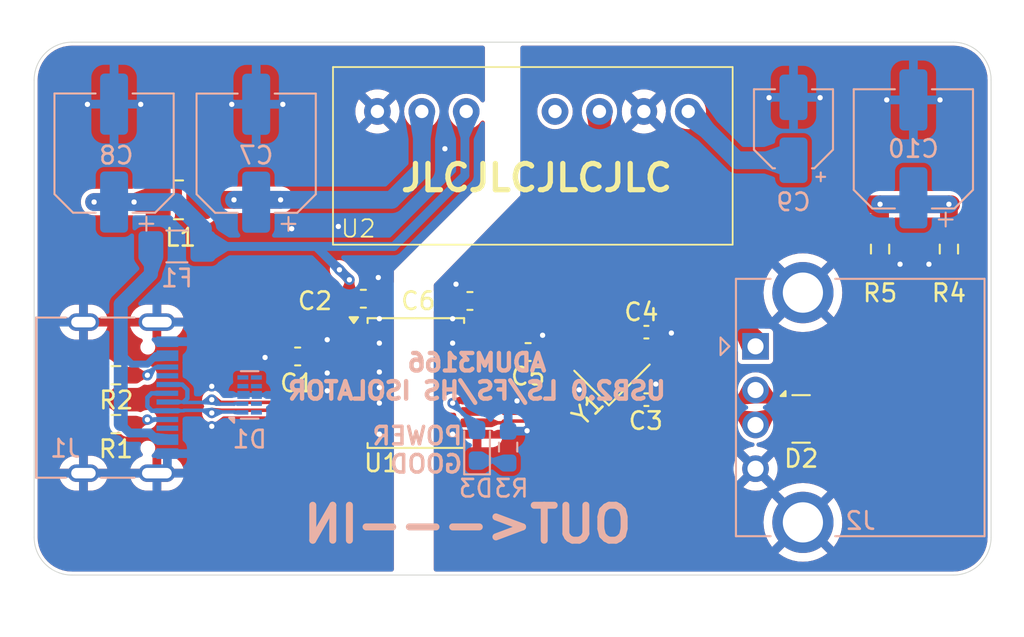
<source format=kicad_pcb>
(kicad_pcb (version 20240108) (generator "pcbnew") (generator_version "8.0")
  (layers (0 "F.Cu" signal) (31 "B.Cu" signal) (34 "B.Paste" user) (35 "F.Paste" user) (36 "B.SilkS" user "B.Silkscreen") (37 "F.SilkS" user "F.Silkscreen") (38 "B.Mask" user) (39 "F.Mask" user) (44 "Edge.Cuts" user))
  (net 0 "")
  (net 1 "Net-(U1-VDD1)")
  (net 2 "GND1")
  (net 3 "VBUS")
  (net 4 "Net-(U1-XO2)")
  (net 5 "GND2")
  (net 6 "Net-(U1-XI2)")
  (net 7 "Net-(U1-VDD2)")
  (net 8 "VISO")
  (net 9 "Net-(U2-VIN+)")
  (net 10 "Net-(U2-CS)")
  (net 12 "/D+")
  (net 13 "/D-")
  (net 25 "/ISOD-")
  (net 26 "/ISOD+")
  (net 27 "Net-(D3-K)")
  (net 28 "Net-(D3-A)")
  (net 29 "Net-(F1-Pad1)")
  (net 31 "Net-(J1-CC2)")
  (net 33 "Net-(J1-CC1)")
  (footprint "Capacitor_SMD:C_0402_1005Metric_Pad0.74x0.62mm_HandSolder" (layer "F.Cu") (at 52.672911 51.054312)
    (property "Reference" "C3" (at -0.034286 1.212688 0) (layer "F.SilkS"))
    (property "Value" "8p")
    (fp_line (start -0.115835 -0.36) (end 0.115835 -0.36) (stroke (width 0.12)) (layer "F.SilkS"))
    (fp_line (start -0.115835 0.36) (end 0.115835 0.36) (stroke (width 0.12)) (layer "F.SilkS"))
    (pad "1" smd roundrect (at -0.5675 0) (size 0.735 0.62) (layers "F.Cu" "F.Paste" "F.Mask") (net 4 "Net-(U1-XO2)"))
    (pad "2" smd roundrect (at 0.5675 0) (size 0.735 0.62) (layers "F.Cu" "F.Paste" "F.Mask") (net 5 "GND2"))
  )
  (footprint "Resistor_SMD:R_0603_1608Metric_Pad0.98x0.95mm_HandSolder" (layer "F.Cu") (at 22.3285 52.451 180)
    (property "Reference" "R1" (at 0 -1.43 0) (layer "F.SilkS"))
    (property "Value" "5.1K")
    (fp_line (start -0.254724 0.5225) (end 0.254724 0.5225) (stroke (width 0.12)) (layer "F.SilkS"))
    (fp_line (start -0.254724 -0.5225) (end 0.254724 -0.5225) (stroke (width 0.12)) (layer "F.SilkS"))
    (pad "1" smd roundrect (at -0.9125 0 180) (size 0.975 0.95) (layers "F.Cu" "F.Paste" "F.Mask") (net 33 "Net-(J1-CC1)"))
    (pad "2" smd roundrect (at 0.9125 0 180) (size 0.975 0.95) (layers "F.Cu" "F.Paste" "F.Mask") (net 2 "GND1"))
  )
  (footprint "Resistor_SMD:R_0603_1608Metric_Pad0.98x0.95mm_HandSolder" (layer "F.Cu") (at 69.977 42.4415 90)
    (property "Reference" "R4" (at -2.5165 0 180) (layer "F.SilkS"))
    (property "Value" "5.1K")
    (fp_line (start -0.254724 -0.5225) (end 0.254724 -0.5225) (stroke (width 0.12)) (layer "F.SilkS"))
    (fp_line (start -0.254724 0.5225) (end 0.254724 0.5225) (stroke (width 0.12)) (layer "F.SilkS"))
    (pad "1" smd roundrect (at -0.9125 0 90) (size 0.975 0.95) (layers "F.Cu" "F.Paste" "F.Mask") (net 5 "GND2"))
    (pad "2" smd roundrect (at 0.9125 0 90) (size 0.975 0.95) (layers "F.Cu" "F.Paste" "F.Mask") (net 8 "VISO"))
  )
  (footprint "Capacitor_SMD:C_0603_1608Metric_Pad1.08x0.95mm_HandSolder" (layer "F.Cu") (at 32.726125 48.584 180)
    (property "Reference" "C1" (at 0.0265 -1.524 0) (layer "F.SilkS"))
    (property "Value" "100n")
    (fp_line (start -0.146267 0.51) (end 0.146267 0.51) (stroke (width 0.12)) (layer "F.SilkS"))
    (fp_line (start -0.146267 -0.51) (end 0.146267 -0.51) (stroke (width 0.12)) (layer "F.SilkS"))
    (pad "1" smd roundrect (at -0.8625 0 180) (size 1.075 0.95) (layers "F.Cu" "F.Paste" "F.Mask") (net 1 "Net-(U1-VDD1)"))
    (pad "2" smd roundrect (at 0.8625 0 180) (size 1.075 0.95) (layers "F.Cu" "F.Paste" "F.Mask") (net 2 "GND1"))
  )
  (footprint "Package_DFN_QFN:Diodes_UDFN-10_1.0x2.5mm_P0.5mm" (layer "F.Cu") (at 61.522125 52.156)
    (property "Reference" "D2" (at 0.0065 2.27 0) (layer "F.SilkS"))
    (property "Value" "D3V3XA4B10LP")
    (fp_line (start 0.5 -1.36) (end -0.5 -1.36) (stroke (width 0.12)) (layer "F.SilkS"))
    (fp_line (start 0.5 1.36) (end -0.5 1.36) (stroke (width 0.12)) (layer "F.SilkS"))
    (fp_poly (pts (xy -0.89 -1.31) (xy -1.17 -1.31) (xy -0.89 -1.59) (xy -0.89 -1.31)) (stroke (width 0.12)) (fill solid) (layer "F.SilkS"))
    (pad "1" smd rect (at -0.3875 -1 270) (size 0.25 0.625) (layers "F.Cu" "F.Paste" "F.Mask") (net 25 "/ISOD-"))
    (pad "2" smd rect (at -0.3875 -0.5 270) (size 0.25 0.625) (layers "F.Cu" "F.Paste" "F.Mask") (net 26 "/ISOD+"))
    (pad "3" smd rect (at -0.35 0 270) (size 0.45 0.7) (layers "F.Cu" "F.Paste" "F.Mask") (net 5 "GND2"))
    (pad "4" smd rect (at -0.3875 0.5 270) (size 0.25 0.625) (layers "F.Cu" "F.Paste" "F.Mask"))
    (pad "5" smd rect (at -0.3875 1 270) (size 0.25 0.625) (layers "F.Cu" "F.Paste" "F.Mask"))
    (pad "6" smd rect (at 0.3875 1 270) (size 0.25 0.625) (layers "F.Cu" "F.Paste" "F.Mask"))
    (pad "7" smd rect (at 0.3875 0.5 270) (size 0.25 0.625) (layers "F.Cu" "F.Paste" "F.Mask"))
    (pad "8" smd rect (at 0.4125 0 270) (size 0.45 0.575) (layers "F.Cu" "F.Paste" "F.Mask") (net 5 "GND2"))
    (pad "9" smd rect (at 0.3875 -0.5 270) (size 0.25 0.625) (layers "F.Cu" "F.Paste" "F.Mask"))
    (pad "10" smd rect (at 0.3875 -1 270) (size 0.25 0.625) (layers "F.Cu" "F.Paste" "F.Mask"))
  )
  (footprint "Capacitor_SMD:C_0603_1608Metric_Pad1.08x0.95mm_HandSolder" (layer "F.Cu") (at 42.579125 45.409 180)
    (property "Reference" "C6" (at 2.955125 0 0) (layer "F.SilkS"))
    (property "Value" "100n")
    (fp_line (start -0.146267 0.51) (end 0.146267 0.51) (stroke (width 0.12)) (layer "F.SilkS"))
    (fp_line (start -0.146267 -0.51) (end 0.146267 -0.51) (stroke (width 0.12)) (layer "F.SilkS"))
    (pad "1" smd roundrect (at -0.8625 0 180) (size 1.075 0.95) (layers "F.Cu" "F.Paste" "F.Mask") (net 8 "VISO"))
    (pad "2" smd roundrect (at 0.8625 0 180) (size 1.075 0.95) (layers "F.Cu" "F.Paste" "F.Mask") (net 5 "GND2"))
  )
  (footprint "Capacitor_SMD:C_0603_1608Metric_Pad1.08x0.95mm_HandSolder" (layer "F.Cu") (at 36.483125 45.282)
    (property "Reference" "C2" (at -2.7675 0.127 0) (layer "F.SilkS"))
    (property "Value" "100n")
    (fp_line (start -0.146267 -0.51) (end 0.146267 -0.51) (stroke (width 0.12)) (layer "F.SilkS"))
    (fp_line (start -0.146267 0.51) (end 0.146267 0.51) (stroke (width 0.12)) (layer "F.SilkS"))
    (pad "1" smd roundrect (at -0.8625 0) (size 1.075 0.95) (layers "F.Cu" "F.Paste" "F.Mask") (net 3 "VBUS"))
    (pad "2" smd roundrect (at 0.8625 0) (size 1.075 0.95) (layers "F.Cu" "F.Paste" "F.Mask") (net 2 "GND1"))
  )
  (footprint "Resistor_SMD:R_0603_1608Metric_Pad0.98x0.95mm_HandSolder" (layer "F.Cu") (at 66.04 42.4415 90)
    (property "Reference" "R5" (at -2.5165 0 180) (layer "F.SilkS"))
    (property "Value" "5.1K")
    (fp_line (start -0.254724 -0.5225) (end 0.254724 -0.5225) (stroke (width 0.12)) (layer "F.SilkS"))
    (fp_line (start -0.254724 0.5225) (end 0.254724 0.5225) (stroke (width 0.12)) (layer "F.SilkS"))
    (pad "1" smd roundrect (at -0.9125 0 90) (size 0.975 0.95) (layers "F.Cu" "F.Paste" "F.Mask") (net 5 "GND2"))
    (pad "2" smd roundrect (at 0.9125 0 90) (size 0.975 0.95) (layers "F.Cu" "F.Paste" "F.Mask") (net 8 "VISO"))
  )
  (footprint "Package_SO:SSOP-20_5.3x7.2mm_P0.65mm" (layer "F.Cu") (at 39.486625 50.104)
    (property "Reference" "U1" (at -1.961 4.576 0) (layer "F.SilkS"))
    (property "Value" "ADUM3166BRSZ")
    (fp_line (start -2.76 -3.71) (end -2.76 -3.435) (stroke (width 0.12)) (layer "F.SilkS"))
    (fp_line (start -2.76 3.71) (end -2.76 3.435) (stroke (width 0.12)) (layer "F.SilkS"))
    (fp_line (start 0 -3.71) (end -2.76 -3.71) (stroke (width 0.12)) (layer "F.SilkS"))
    (fp_line (start 0 -3.71) (end 2.76 -3.71) (stroke (width 0.12)) (layer "F.SilkS"))
    (fp_line (start 0 3.71) (end -2.76 3.71) (stroke (width 0.12)) (layer "F.SilkS"))
    (fp_line (start 0 3.71) (end 2.76 3.71) (stroke (width 0.12)) (layer "F.SilkS"))
    (fp_line (start 2.76 -3.71) (end 2.76 -3.435) (stroke (width 0.12)) (layer "F.SilkS"))
    (fp_line (start 2.76 3.71) (end 2.76 3.435) (stroke (width 0.12)) (layer "F.SilkS"))
    (fp_poly (pts (xy -3.55 -3.435) (xy -3.79 -3.765) (xy -3.31 -3.765) (xy -3.55 -3.435)) (stroke (width 0.12)) (fill solid) (layer "F.SilkS"))
    (pad "1" smd roundrect (at -3.5 -2.925) (size 1.9 0.5) (layers "F.Cu" "F.Paste" "F.Mask") (net 3 "VBUS"))
    (pad "2" smd roundrect (at -3.5 -2.275) (size 1.9 0.5) (layers "F.Cu" "F.Paste" "F.Mask") (net 2 "GND1"))
    (pad "3" smd roundrect (at -3.5 -1.625) (size 1.9 0.5) (layers "F.Cu" "F.Paste" "F.Mask") (net 1 "Net-(U1-VDD1)"))
    (pad "4" smd roundrect (at -3.5 -0.975) (size 1.9 0.5) (layers "F.Cu" "F.Paste" "F.Mask") (net 2 "GND1"))
    (pad "5" smd roundrect (at -3.5 -0.325) (size 1.9 0.5) (layers "F.Cu" "F.Paste" "F.Mask") (net 2 "GND1"))
    (pad "6" smd roundrect (at -3.5 0.325) (size 1.9 0.5) (layers "F.Cu" "F.Paste" "F.Mask") (net 2 "GND1"))
    (pad "7" smd roundrect (at -3.5 0.975) (size 1.9 0.5) (layers "F.Cu" "F.Paste" "F.Mask") (net 2 "GND1"))
    (pad "8" smd roundrect (at -3.5 1.625) (size 1.9 0.5) (layers "F.Cu" "F.Paste" "F.Mask") (net 12 "/D+"))
    (pad "9" smd roundrect (at -3.5 2.275) (size 1.9 0.5) (layers "F.Cu" "F.Paste" "F.Mask") (net 13 "/D-"))
    (pad "10" smd roundrect (at -3.5 2.925) (size 1.9 0.5) (layers "F.Cu" "F.Paste" "F.Mask") (net 2 "GND1"))
    (pad "11" smd roundrect (at 3.5 2.925) (size 1.9 0.5) (layers "F.Cu" "F.Paste" "F.Mask") (net 5 "GND2"))
    (pad "12" smd roundrect (at 3.5 2.275) (size 1.9 0.5) (layers "F.Cu" "F.Paste" "F.Mask") (net 26 "/ISOD+"))
    (pad "13" smd roundrect (at 3.5 1.625) (size 1.9 0.5) (layers "F.Cu" "F.Paste" "F.Mask") (net 25 "/ISOD-"))
    (pad "14" smd roundrect (at 3.5 0.975) (size 1.9 0.5) (layers "F.Cu" "F.Paste" "F.Mask") (net 28 "Net-(D3-A)"))
    (pad "15" smd roundrect (at 3.5 0.325) (size 1.9 0.5) (layers "F.Cu" "F.Paste" "F.Mask") (net 4 "Net-(U1-XO2)"))
    (pad "16" smd roundrect (at 3.5 -0.325) (size 1.9 0.5) (layers "F.Cu" "F.Paste" "F.Mask") (net 6 "Net-(U1-XI2)"))
    (pad "17" smd roundrect (at 3.5 -0.975) (size 1.9 0.5) (layers "F.Cu" "F.Paste" "F.Mask") (net 5 "GND2"))
    (pad "18" smd roundrect (at 3.5 -1.625) (size 1.9 0.5) (layers "F.Cu" "F.Paste" "F.Mask") (net 7 "Net-(U1-VDD2)"))
    (pad "19" smd roundrect (at 3.5 -2.275) (size 1.9 0.5) (layers "F.Cu" "F.Paste" "F.Mask") (net 5 "GND2"))
    (pad "20" smd roundrect (at 3.5 -2.925) (size 1.9 0.5) (layers "F.Cu" "F.Paste" "F.Mask") (net 8 "VISO"))
  )
  (footprint "Footprints:VR_S_5W" (layer "F.Cu") (at 37.2872 34.5694)
    (property "Reference" "U2" (at -1.0922 6.7056 0) (layer "F.SilkS") (effects (font (thickness 0.1))))
    (property "Value" "VRB0505S-5WR3")
    (fp_line (start -2.54 -2.54) (end -2.54 7.62) (stroke (width 0.1)) (layer "F.SilkS"))
    (fp_line (start -2.54 7.62) (end 20.32 7.62) (stroke (width 0.1)) (layer "F.SilkS"))
    (fp_line (start 20.32 -2.54) (end -2.54 -2.54) (stroke (width 0.1)) (layer "F.SilkS"))
    (fp_line (start 20.32 7.62) (end 20.32 -2.54) (stroke (width 0.1)) (layer "F.SilkS"))
    (pad "1" thru_hole circle (at 0 0) (size 1.524 1.524) (drill 0.762) (layers "*.Cu" "*.Mask") (net 2 "GND1"))
    (pad "2" thru_hole circle (at 2.54 0) (size 1.524 1.524) (drill 0.762) (layers "*.Cu" "*.Mask") (net 9 "Net-(U2-VIN+)"))
    (pad "3" thru_hole circle (at 5.08 0) (size 1.524 1.524) (drill 0.762) (layers "*.Cu" "*.Mask") (net 3 "VBUS"))
    (pad "5" thru_hole circle (at 10.16 0) (size 1.524 1.524) (drill 0.762) (layers "*.Cu" "*.Mask"))
    (pad "6" thru_hole circle (at 12.7 0) (size 1.524 1.524) (drill 0.762) (layers "*.Cu" "*.Mask") (net 8 "VISO"))
    (pad "7" thru_hole circle (at 15.24 0) (size 1.524 1.524) (drill 0.762) (layers "*.Cu" "*.Mask") (net 5 "GND2"))
    (pad "8" thru_hole circle (at 17.78 0) (size 1.524 1.524) (drill 0.762) (layers "*.Cu" "*.Mask") (net 10 "Net-(U2-CS)"))
  )
  (footprint "Inductor_SMD:L_1008_2520Metric_Pad1.43x2.20mm_HandSolder" (layer "F.Cu") (at 25.908 39.624)
    (property "Reference" "L1" (at 0.127 2.159 0) (layer "F.SilkS"))
    (property "Value" "2.2u")
    (fp_line (start -0.261252 -1.11) (end 0.261252 -1.11) (stroke (width 0.12)) (layer "F.SilkS"))
    (fp_line (start -0.261252 1.11) (end 0.261252 1.11) (stroke (width 0.12)) (layer "F.SilkS"))
    (pad "1" smd roundrect (at -1.1625 0) (size 1.425 2.2) (layers "F.Cu" "F.Paste" "F.Mask") (roundrect_rratio 0.175439) (net 3 "VBUS"))
    (pad "2" smd roundrect (at 1.1625 0) (size 1.425 2.2) (layers "F.Cu" "F.Paste" "F.Mask") (roundrect_rratio 0.175439) (net 9 "Net-(U2-VIN+)"))
  )
  (footprint "Capacitor_SMD:C_0402_1005Metric_Pad0.74x0.62mm_HandSolder" (layer "F.Cu") (at 52.672911 47.193512)
    (property "Reference" "C4" (at -0.288286 -1.149512 0) (layer "F.SilkS"))
    (property "Value" "8p")
    (fp_line (start -0.115835 -0.36) (end 0.115835 -0.36) (stroke (width 0.12)) (layer "F.SilkS"))
    (fp_line (start -0.115835 0.36) (end 0.115835 0.36) (stroke (width 0.12)) (layer "F.SilkS"))
    (pad "1" smd roundrect (at -0.5675 0) (size 0.735 0.62) (layers "F.Cu" "F.Paste" "F.Mask") (net 6 "Net-(U1-XI2)"))
    (pad "2" smd roundrect (at 0.5675 0) (size 0.735 0.62) (layers "F.Cu" "F.Paste" "F.Mask") (net 5 "GND2"))
  )
  (footprint "Resistor_SMD:R_0603_1608Metric_Pad0.98x0.95mm_HandSolder" (layer "F.Cu") (at 22.3285 49.657 180)
    (property "Reference" "R2" (at -0.0235 -1.43 0) (layer "F.SilkS"))
    (property "Value" "5.1K")
    (fp_line (start -0.254724 0.5225) (end 0.254724 0.5225) (stroke (width 0.12)) (layer "F.SilkS"))
    (fp_line (start -0.254724 -0.5225) (end 0.254724 -0.5225) (stroke (width 0.12)) (layer "F.SilkS"))
    (pad "1" smd roundrect (at -0.9125 0 180) (size 0.975 0.95) (layers "F.Cu" "F.Paste" "F.Mask") (net 31 "Net-(J1-CC2)"))
    (pad "2" smd roundrect (at 0.9125 0 180) (size 0.975 0.95) (layers "F.Cu" "F.Paste" "F.Mask") (net 2 "GND1"))
  )
  (footprint "Crystal:Crystal_SMD_2520-4Pin_2.5x2.0mm" (layer "F.Cu") (at 50.704318 49.222256 45)
    (property "Reference" "Y1" (at -2.671051 0.736841 45) (layer "F.SilkS"))
    (property "Value" "24MHz")
    (fp_line (start -1.65 -1.4) (end -1.65 1.4) (stroke (width 0.12)) (layer "F.SilkS"))
    (fp_line (start -1.65 1.4) (end 1.65 1.4) (stroke (width 0.12)) (layer "F.SilkS"))
    (pad "1" smd rect (at -0.875 0.7 45) (size 1.15 1) (layers "F.Cu" "F.Paste" "F.Mask") (net 4 "Net-(U1-XO2)"))
    (pad "2" smd rect (at 0.875 0.7 45) (size 1.15 1) (layers "F.Cu" "F.Paste" "F.Mask") (net 5 "GND2"))
    (pad "3" smd rect (at 0.875 -0.7 45) (size 1.15 1) (layers "F.Cu" "F.Paste" "F.Mask") (net 6 "Net-(U1-XI2)"))
    (pad "4" smd rect (at -0.875 -0.7 45) (size 1.15 1) (layers "F.Cu" "F.Paste" "F.Mask") (net 5 "GND2"))
  )
  (footprint "Capacitor_SMD:C_0603_1608Metric_Pad1.08x0.95mm_HandSolder" (layer "F.Cu") (at 45.907625 48.33)
    (property "Reference" "C5" (at 0 1.397 0) (layer "F.SilkS"))
    (property "Value" "100n")
    (fp_line (start -0.146267 -0.51) (end 0.146267 -0.51) (stroke (width 0.12)) (layer "F.SilkS"))
    (fp_line (start -0.146267 0.51) (end 0.146267 0.51) (stroke (width 0.12)) (layer "F.SilkS"))
    (pad "1" smd roundrect (at -0.8625 0) (size 1.075 0.95) (layers "F.Cu" "F.Paste" "F.Mask") (net 7 "Net-(U1-VDD2)"))
    (pad "2" smd roundrect (at 0.8625 0) (size 1.075 0.95) (layers "F.Cu" "F.Paste" "F.Mask") (net 5 "GND2"))
  )
  (footprint "Package_DFN_QFN:Diodes_UDFN-10_1.0x2.5mm_P0.5mm" (layer "B.Cu") (at 29.9785 50.784)
    (property "Reference" "D1" (at 0 2.54 0) (layer "B.SilkS") (effects (justify mirror)))
    (property "Value" "D3V3XA4B10LP")
    (fp_line (start -0.5 -1.36) (end 0.5 -1.36) (stroke (width 0.12)) (layer "B.SilkS"))
    (fp_line (start -0.5 1.36) (end 0.5 1.36) (stroke (width 0.12)) (layer "B.SilkS"))
    (fp_poly (pts (xy -0.89 1.31) (xy -1.17 1.31) (xy -0.89 1.59) (xy -0.89 1.31)) (stroke (width 0.12)) (fill solid) (layer "B.SilkS"))
    (pad "1" smd rect (at -0.3875 1 90) (size 0.25 0.625) (layers "B.Cu" "B.Paste" "B.Mask") (net 13 "/D-"))
    (pad "2" smd rect (at -0.3875 0.5 90) (size 0.25 0.625) (layers "B.Cu" "B.Paste" "B.Mask") (net 12 "/D+"))
    (pad "3" smd rect (at -0.35 0 90) (size 0.45 0.7) (layers "B.Cu" "B.Paste" "B.Mask") (net 2 "GND1"))
    (pad "4" smd rect (at -0.3875 -0.5 90) (size 0.25 0.625) (layers "B.Cu" "B.Paste" "B.Mask"))
    (pad "5" smd rect (at -0.3875 -1 90) (size 0.25 0.625) (layers "B.Cu" "B.Paste" "B.Mask"))
    (pad "6" smd rect (at 0.3875 -1 90) (size 0.25 0.625) (layers "B.Cu" "B.Paste" "B.Mask"))
    (pad "7" smd rect (at 0.3875 -0.5 90) (size 0.25 0.625) (layers "B.Cu" "B.Paste" "B.Mask"))
    (pad "8" smd rect (at 0.4125 0 90) (size 0.45 0.575) (layers "B.Cu" "B.Paste" "B.Mask") (net 2 "GND1"))
    (pad "9" smd rect (at 0.3875 0.5 90) (size 0.25 0.625) (layers "B.Cu" "B.Paste" "B.Mask"))
    (pad "10" smd rect (at 0.3875 1 90) (size 0.25 0.625) (layers "B.Cu" "B.Paste" "B.Mask"))
  )
  (footprint "Resistor_SMD:R_0603_1608Metric_Pad0.98x0.95mm_HandSolder" (layer "B.Cu") (at 44.764625 53.7675 -90)
    (property "Reference" "R3" (at 2.3665 -0.193375 180) (layer "B.SilkS") (effects (justify mirror)))
    (property "Value" "10K")
    (fp_line (start 0.254724 0.5225) (end -0.254724 0.5225) (stroke (width 0.12)) (layer "B.SilkS"))
    (fp_line (start 0.254724 -0.5225) (end -0.254724 -0.5225) (stroke (width 0.12)) (layer "B.SilkS"))
    (pad "1" smd roundrect (at -0.9125 0 270) (size 0.975 0.95) (layers "B.Cu" "B.Paste" "B.Mask") (net 5 "GND2"))
    (pad "2" smd roundrect (at 0.9125 0 270) (size 0.975 0.95) (layers "B.Cu" "B.Paste" "B.Mask") (net 27 "Net-(D3-K)"))
  )
  (footprint "Capacitor_SMD:CP_Elec_6.3x5.4" (layer "B.Cu") (at 67.945 36.709 90)
    (property "Reference" "C10" (at 0.006 0 180) (layer "B.SilkS") (effects (justify mirror)))
    (property "Value" "100uF")
    (fp_line (start 3.41 -3.41) (end -2.345563 -3.41) (stroke (width 0.12)) (layer "B.SilkS"))
    (fp_line (start -2.345563 -3.41) (end -3.41 -2.345563) (stroke (width 0.12)) (layer "B.SilkS"))
    (fp_line (start 3.41 -1.06) (end 3.41 -3.41) (stroke (width 0.12)) (layer "B.SilkS"))
    (fp_line (start -3.41 -1.06) (end -3.41 -2.345563) (stroke (width 0.12)) (layer "B.SilkS"))
    (fp_line (start 3.41 1.06) (end 3.41 3.41) (stroke (width 0.12)) (layer "B.SilkS"))
    (fp_line (start -3.41 1.06) (end -3.41 2.345563) (stroke (width 0.12)) (layer "B.SilkS"))
    (fp_line (start -4.04375 1.45375) (end -4.04375 2.24125) (stroke (width 0.12)) (layer "B.SilkS"))
    (fp_line (start -3.65 1.8475) (end -4.4375 1.8475) (stroke (width 0.12)) (layer "B.SilkS"))
    (fp_line (start 3.41 3.41) (end -2.345563 3.41) (stroke (width 0.12)) (layer "B.SilkS"))
    (fp_line (start -2.345563 3.41) (end -3.41 2.345563) (stroke (width 0.12)) (layer "B.SilkS"))
    (pad "1" smd roundrect (at -2.8 0 90) (size 3.5 1.6) (layers "B.Cu" "B.Paste" "B.Mask") (roundrect_rratio 0.15625) (net 8 "VISO"))
    (pad "2" smd roundrect (at 2.8 0 90) (size 3.5 1.6) (layers "B.Cu" "B.Paste" "B.Mask") (roundrect_rratio 0.15625) (net 5 "GND2"))
  )
  (footprint "Fuse:Fuse_1206_3216Metric_Pad1.42x1.75mm_HandSolder" (layer "B.Cu") (at 25.8175 42.291)
    (property "Reference" "F1" (at 0 1.82 0) (layer "B.SilkS") (effects (justify mirror)))
    (property "Value" "F1A")
    (fp_line (start 0.602064 -0.91) (end -0.602064 -0.91) (stroke (width 0.12)) (layer "B.SilkS"))
    (fp_line (start 0.602064 0.91) (end -0.602064 0.91) (stroke (width 0.12)) (layer "B.SilkS"))
    (pad "1" smd roundrect (at -1.4875 0) (size 1.425 1.75) (layers "B.Cu" "B.Paste" "B.Mask") (roundrect_rratio 0.175439) (net 29 "Net-(F1-Pad1)"))
    (pad "2" smd roundrect (at 1.4875 0) (size 1.425 1.75) (layers "B.Cu" "B.Paste" "B.Mask") (roundrect_rratio 0.175439) (net 3 "VBUS"))
  )
  (footprint "Capacitor_SMD:CP_Elec_6.3x5.4" (layer "B.Cu") (at 22.225 36.951 90)
    (property "Reference" "C8" (at -0.133 0.127 180) (layer "B.SilkS") (effects (justify mirror)))
    (property "Value" "100uF")
    (fp_line (start 3.41 -3.41) (end -2.345563 -3.41) (stroke (width 0.12)) (layer "B.SilkS"))
    (fp_line (start -2.345563 -3.41) (end -3.41 -2.345563) (stroke (width 0.12)) (layer "B.SilkS"))
    (fp_line (start 3.41 -1.06) (end 3.41 -3.41) (stroke (width 0.12)) (layer "B.SilkS"))
    (fp_line (start -3.41 -1.06) (end -3.41 -2.345563) (stroke (width 0.12)) (layer "B.SilkS"))
    (fp_line (start 3.41 1.06) (end 3.41 3.41) (stroke (width 0.12)) (layer "B.SilkS"))
    (fp_line (start -3.41 1.06) (end -3.41 2.345563) (stroke (width 0.12)) (layer "B.SilkS"))
    (fp_line (start -4.04375 1.45375) (end -4.04375 2.24125) (stroke (width 0.12)) (layer "B.SilkS"))
    (fp_line (start -3.65 1.8475) (end -4.4375 1.8475) (stroke (width 0.12)) (layer "B.SilkS"))
    (fp_line (start 3.41 3.41) (end -2.345563 3.41) (stroke (width 0.12)) (layer "B.SilkS"))
    (fp_line (start -2.345563 3.41) (end -3.41 2.345563) (stroke (width 0.12)) (layer "B.SilkS"))
    (pad "1" smd roundrect (at -2.8 0 90) (size 3.5 1.6) (layers "B.Cu" "B.Paste" "B.Mask") (roundrect_rratio 0.15625) (net 3 "VBUS"))
    (pad "2" smd roundrect (at 2.8 0 90) (size 3.5 1.6) (layers "B.Cu" "B.Paste" "B.Mask") (roundrect_rratio 0.15625) (net 2 "GND1"))
  )
  (footprint "Capacitor_SMD:CP_Elec_6.3x5.4" (layer "B.Cu") (at 30.353 36.957 90)
    (property "Reference" "C7" (at -0.127 0 180) (layer "B.SilkS") (effects (justify mirror)))
    (property "Value" "100uF")
    (fp_line (start 3.41 -3.41) (end -2.345563 -3.41) (stroke (width 0.12)) (layer "B.SilkS"))
    (fp_line (start -2.345563 -3.41) (end -3.41 -2.345563) (stroke (width 0.12)) (layer "B.SilkS"))
    (fp_line (start 3.41 -1.06) (end 3.41 -3.41) (stroke (width 0.12)) (layer "B.SilkS"))
    (fp_line (start -3.41 -1.06) (end -3.41 -2.345563) (stroke (width 0.12)) (layer "B.SilkS"))
    (fp_line (start 3.41 1.06) (end 3.41 3.41) (stroke (width 0.12)) (layer "B.SilkS"))
    (fp_line (start -3.41 1.06) (end -3.41 2.345563) (stroke (width 0.12)) (layer "B.SilkS"))
    (fp_line (start -4.04375 1.45375) (end -4.04375 2.24125) (stroke (width 0.12)) (layer "B.SilkS"))
    (fp_line (start -3.65 1.8475) (end -4.4375 1.8475) (stroke (width 0.12)) (layer "B.SilkS"))
    (fp_line (start 3.41 3.41) (end -2.345563 3.41) (stroke (width 0.12)) (layer "B.SilkS"))
    (fp_line (start -2.345563 3.41) (end -3.41 2.345563) (stroke (width 0.12)) (layer "B.SilkS"))
    (pad "1" smd roundrect (at -2.8 0 90) (size 3.5 1.6) (layers "B.Cu" "B.Paste" "B.Mask") (roundrect_rratio 0.15625) (net 9 "Net-(U2-VIN+)"))
    (pad "2" smd roundrect (at 2.8 0 90) (size 3.5 1.6) (layers "B.Cu" "B.Paste" "B.Mask") (roundrect_rratio 0.15625) (net 2 "GND1"))
  )
  (footprint "Connector_USB:USB_A_CONNFLY_DS1095-WNR0" (layer "B.Cu") (at 58.9155 48.0036 -90)
    (property "Reference" "J2" (at 9.9784 -6.0069 180) (layer "B.SilkS") (effects (justify mirror)))
    (property "Value" "USB_A")
    (fp_line (start -0.5 2) (end 0.5 2) (stroke (width 0.12)) (layer "B.SilkS"))
    (fp_line (start 0.5 2) (end 0 1.5) (stroke (width 0.12)) (layer "B.SilkS"))
    (fp_line (start 0 1.5) (end -0.5 2) (stroke (width 0.12)) (layer "B.SilkS"))
    (fp_line (start 10.86 1.12) (end -3.86 1.12) (stroke (width 0.12)) (layer "B.SilkS"))
    (fp_line (start 10.86 1.12) (end 10.86 -0.86) (stroke (width 0.12)) (layer "B.SilkS"))
    (fp_line (start -3.86 -0.86) (end -3.86 1.12) (stroke (width 0.12)) (layer "B.SilkS"))
    (fp_line (start -3.86 -13.1) (end -3.86 -4.56) (stroke (width 0.12)) (layer "B.SilkS"))
    (fp_line (start 10.86 -13.1) (end 10.86 -4.56) (stroke (width 0.12)) (layer "B.SilkS"))
    (fp_line (start 10.86 -13.1) (end -3.86 -13.1) (stroke (width 0.12)) (layer "B.SilkS"))
    (pad "1" thru_hole rect (at 0 0 270) (size 1.524 1.524) (drill 0.92) (layers "*.Cu" "*.Mask") (net 8 "VISO"))
    (pad "2" thru_hole circle (at 2.5 0 270) (size 1.524 1.524) (drill 0.92) (layers "*.Cu" "*.Mask") (net 25 "/ISOD-"))
    (pad "3" thru_hole circle (at 4.5 0 270) (size 1.524 1.524) (drill 0.92) (layers "*.Cu" "*.Mask") (net 26 "/ISOD+"))
    (pad "4" thru_hole circle (at 7 0 270) (size 1.524 1.524) (drill 0.92) (layers "*.Cu" "*.Mask") (net 5 "GND2"))
    (pad "5" thru_hole circle (at -3.07 -2.71 270) (size 3.5 3.5) (drill 2.3) (layers "*.Cu" "*.Mask") (net 5 "GND2"))
    (pad "5" thru_hole circle (at 10.07 -2.71 270) (size 3.5 3.5) (drill 2.3) (layers "*.Cu" "*.Mask") (net 5 "GND2"))
  )
  (footprint "LED_SMD:LED_0603_1608Metric_Pad1.05x0.95mm_HandSolder" (layer "B.Cu") (at 42.986625 53.664 90)
    (property "Reference" "D3" (at -2.47 -0.060625 180) (layer "B.SilkS") (effects (justify mirror)))
    (property "Value" "LED")
    (fp_line (start 0.8 -0.735) (end -1.66 -0.735) (stroke (width 0.12)) (layer "B.SilkS"))
    (fp_line (start -1.66 -0.735) (end -1.66 0.735) (stroke (width 0.12)) (layer "B.SilkS"))
    (fp_line (start -1.66 0.735) (end 0.8 0.735) (stroke (width 0.12)) (layer "B.SilkS"))
    (pad "1" smd roundrect (at -0.875 0 90) (size 1.05 0.95) (layers "B.Cu" "B.Paste" "B.Mask") (net 27 "Net-(D3-K)"))
    (pad "2" smd roundrect (at 0.875 0 90) (size 1.05 0.95) (layers "B.Cu" "B.Paste" "B.Mask") (net 28 "Net-(D3-A)"))
  )
  (footprint "Capacitor_SMD:CP_Elec_4x5.4" (layer "B.Cu") (at 61.087 35.56 90)
    (property "Reference" "C9" (at -4.191 0 180) (layer "B.SilkS") (effects (justify mirror)))
    (property "Value" "10uF")
    (fp_line (start 2.26 -2.26) (end -1.195563 -2.26) (stroke (width 0.12)) (layer "B.SilkS"))
    (fp_line (start -1.195563 -2.26) (end -2.26 -1.195563) (stroke (width 0.12)) (layer "B.SilkS"))
    (fp_line (start 2.26 -1.06) (end 2.26 -2.26) (stroke (width 0.12)) (layer "B.SilkS"))
    (fp_line (start -2.26 -1.06) (end -2.26 -1.195563) (stroke (width 0.12)) (layer "B.SilkS"))
    (fp_line (start 2.26 1.06) (end 2.26 2.26) (stroke (width 0.12)) (layer "B.SilkS"))
    (fp_line (start -2.26 1.06) (end -2.26 1.195563) (stroke (width 0.12)) (layer "B.SilkS"))
    (fp_line (start -2.75 1.31) (end -2.75 1.81) (stroke (width 0.12)) (layer "B.SilkS"))
    (fp_line (start -2.5 1.56) (end -3 1.56) (stroke (width 0.12)) (layer "B.SilkS"))
    (fp_line (start 2.26 2.26) (end -1.195563 2.26) (stroke (width 0.12)) (layer "B.SilkS"))
    (fp_line (start -1.195563 2.26) (end -2.26 1.195563) (stroke (width 0.12)) (layer "B.SilkS"))
    (pad "1" smd roundrect (at -1.8 0 90) (size 2.6 1.6) (layers "B.Cu" "B.Paste" "B.Mask") (roundrect_rratio 0.15625) (net 10 "Net-(U2-CS)"))
    (pad "2" smd roundrect (at 1.8 0 90) (size 2.6 1.6) (layers "B.Cu" "B.Paste" "B.Mask") (roundrect_rratio 0.15625) (net 5 "GND2"))
  )
  (footprint "Connector_USB:USB_C_Receptacle_G-Switch_GT-USB-7010ASV" (layer "B.Cu") (at 21.548 50.939 90)
    (property "Reference" "J1" (at -2.909 -2.117 0) (layer "B.SilkS") (effects (justify mirror)))
    (property "Value" "USB_C_Receptacle_USB2.0_16P")
    (fp_line (start 4.58 -3.785) (end 4.58 -2.08) (stroke (width 0.12)) (layer "B.SilkS"))
    (fp_line (start -4.58 -3.785) (end 4.58 -3.785) (stroke (width 0.12)) (layer "B.SilkS"))
    (fp_line (start -4.58 -2.08) (end -4.58 -3.785) (stroke (width 0.12)) (layer "B.SilkS"))
    (fp_line (start -4.58 -0.07) (end -4.58 1.85) (stroke (width 0.12)) (layer "B.SilkS"))
    (fp_line (start 4.58 1.85) (end 4.58 -0.07) (stroke (width 0.12)) (layer "B.SilkS"))
    (pad "" np_thru_hole circle (at -2.89 2.605 90) (size 0.65 0.65) (drill 0.65) (layers "*.Cu" "*.Mask"))
    (pad "" np_thru_hole circle (at 2.89 2.605 90) (size 0.65 0.65) (drill 0.65) (layers "*.Cu" "*.Mask"))
    (pad "A1" smd rect (at -3.2 3.725 90) (size 0.6 1.24) (layers "B.Cu" "B.Paste" "B.Mask") (net 2 "GND1"))
    (pad "A4" smd rect (at -2.4 3.725 90) (size 0.6 1.24) (layers "B.Cu" "B.Paste" "B.Mask") (net 29 "Net-(F1-Pad1)"))
    (pad "A5" smd rect (at -1.25 3.725 90) (size 0.3 1.24) (layers "B.Cu" "B.Paste" "B.Mask") (net 33 "Net-(J1-CC1)"))
    (pad "A6" smd rect (at -0.25 3.725 90) (size 0.3 1.24) (layers "B.Cu" "B.Paste" "B.Mask") (net 12 "/D+"))
    (pad "A7" smd rect (at 0.25 3.725 90) (size 0.3 1.24) (layers "B.Cu" "B.Paste" "B.Mask") (net 13 "/D-"))
    (pad "A8" smd rect (at 1.25 3.725 90) (size 0.3 1.24) (layers "B.Cu" "B.Paste" "B.Mask"))
    (pad "A9" smd rect (at 2.4 3.725 90) (size 0.6 1.24) (layers "B.Cu" "B.Paste" "B.Mask") (net 29 "Net-(F1-Pad1)"))
    (pad "A12" smd rect (at 3.2 3.725 90) (size 0.6 1.24) (layers "B.Cu" "B.Paste" "B.Mask") (net 2 "GND1"))
    (pad "B1" smd rect (at 3.2 3.725 90) (size 0.6 1.24) (layers "B.Cu" "B.Paste" "B.Mask") (net 2 "GND1"))
    (pad "B4" smd rect (at 2.4 3.725 90) (size 0.6 1.24) (layers "B.Cu" "B.Paste" "B.Mask") (net 29 "Net-(F1-Pad1)"))
    (pad "B5" smd rect (at 1.75 3.725 90) (size 0.3 1.24) (layers "B.Cu" "B.Paste" "B.Mask") (net 31 "Net-(J1-CC2)"))
    (pad "B6" smd rect (at 0.75 3.725 90) (size 0.3 1.24) (layers "B.Cu" "B.Paste" "B.Mask") (net 12 "/D+"))
    (pad "B7" smd rect (at -0.75 3.725 90) (size 0.3 1.24) (layers "B.Cu" "B.Paste" "B.Mask") (net 13 "/D-"))
    (pad "B8" smd rect (at -1.75 3.725 90) (size 0.3 1.24) (layers "B.Cu" "B.Paste" "B.Mask"))
    (pad "B9" smd rect (at -2.4 3.725 90) (size 0.6 1.24) (layers "B.Cu" "B.Paste" "B.Mask") (net 29 "Net-(F1-Pad1)"))
    (pad "B12" smd rect (at -3.2 3.725 90) (size 0.6 1.24) (layers "B.Cu" "B.Paste" "B.Mask") (net 2 "GND1"))
    (pad "S1" thru_hole oval (at -4.32 -1.075 90) (size 1 1.8) (drill oval 0.6 1.4) (layers "*.Cu" "*.Mask") (net 2 "GND1"))
    (pad "S1" thru_hole oval (at -4.32 3.125 90) (size 1 2.1) (drill oval 0.6 1.7) (layers "*.Cu" "*.Mask") (net 2 "GND1"))
    (pad "S1" thru_hole oval (at 4.32 -1.075 90) (size 1 1.8) (drill oval 0.6 1.4) (layers "*.Cu" "*.Mask") (net 2 "GND1"))
    (pad "S1" thru_hole oval (at 4.32 3.125 90) (size 1 2.1) (drill oval 0.6 1.7) (layers "*.Cu" "*.Mask") (net 2 "GND1"))
  )
  (gr_line (start 72.39 32.766) (end 72.39 58.928) (stroke (width 0.05)) (layer "Edge.Cuts"))
  (gr_arc (start 19.812 61.087) (mid 18.285356 60.454644) (end 17.653 58.928) (stroke (width 0.05)) (layer "Edge.Cuts"))
  (gr_arc (start 70.231 30.607) (mid 71.757644 31.239356) (end 72.39 32.766) (stroke (width 0.05)) (layer "Edge.Cuts"))
  (gr_line (start 17.653 32.766) (end 17.653 58.928) (stroke (width 0.05)) (layer "Edge.Cuts"))
  (gr_line (start 70.231 61.087) (end 19.812 61.087) (stroke (width 0.05)) (layer "Edge.Cuts"))
  (gr_arc (start 72.39 58.928) (mid 71.757644 60.454644) (end 70.231 61.087) (stroke (width 0.05)) (layer "Edge.Cuts"))
  (gr_arc (start 17.653 32.766) (mid 18.285356 31.239356) (end 19.812 30.607) (stroke (width 0.05)) (layer "Edge.Cuts"))
  (gr_line (start 19.812 30.607) (end 70.231 30.607) (stroke (width 0.05)) (layer "Edge.Cuts"))
  (gr_text "ADUM3166\nUSB2.0 LS/FS/HS ISOLATOR" (at 42.9768 51.1302 0) (layer "B.SilkS") (effects (font (size 1 1) (thickness 0.25) (bold yes)) (justify bottom mirror)))
  (gr_text "OUT<---IN" (at 52.0446 59.3598 0) (layer "B.SilkS") (effects (font (size 2 2) (thickness 0.4) (bold yes)) (justify left bottom mirror)))
  (gr_text "POWER\nGOOD" (at 42.251625 55.324 0) (layer "B.SilkS") (effects (font (size 1 1) (thickness 0.2) (bold yes)) (justify left bottom mirror)))
  (gr_text "JLCJLCJLCJLC" (at 38.481 39.243 0) (layer "F.SilkS") (effects (font (size 1.5 1.5) (thickness 0.3) (bold yes)) (justify left bottom)))
  (segment (start 33.693625 48.479) (end 33.588625 48.584) (width 0.508) (layer "F.Cu") (net 1))
  (segment (start 35.986625 48.479) (end 33.693625 48.479) (width 0.508) (layer "F.Cu") (net 1))
  (segment (start 35.986625 49.779) (end 37.092625 49.779) (width 0.254) (layer "F.Cu") (net 2))
  (segment (start 37.398625 47.822) (end 35.993625 47.822) (width 0.254) (layer "F.Cu") (net 2))
  (segment (start 37.092625 49.779) (end 37.398625 49.473) (width 0.254) (layer "F.Cu") (net 2))
  (segment (start 35.993625 47.822) (end 35.986625 47.829) (width 0.254) (layer "F.Cu") (net 2))
  (via (at 30.861 48.641) (size 0.6) (drill 0.3) (layers "F.Cu" "B.Cu") (net 2))
  (via (at 27.813 50.292) (size 0.6) (drill 0.3) (layers "F.Cu" "B.Cu") (net 2))
  (via (at 20.701 34.163) (size 0.6) (drill 0.3) (layers "F.Cu" "B.Cu") (net 2))
  (via (at 32.385 41.275) (size 0.6) (drill 0.3) (layers "F.Cu" "B.Cu") (net 2))
  (via (at 31.877 34.163) (size 0.6) (drill 0.3) (layers "F.Cu" "B.Cu") (net 2))
  (via (at 37.398625 50.362) (size 0.6) (drill 0.3) (layers "F.Cu" "B.Cu") (net 2))
  (via (at 35.052 41.148) (size 0.6) (drill 0.3) (layers "F.Cu" "B.Cu") (net 2))
  (via (at 27.813 52.578) (size 0.6) (drill 0.3) (layers "F.Cu" "B.Cu") (net 2))
  (via (at 34.417 50.546) (size 0.6) (drill 0.3) (layers "F.Cu" "B.Cu") (net 2))
  (via (at 37.398625 51.251) (size 0.6) (drill 0.3) (layers "F.Cu" "B.Cu") (net 2))
  (via (at 34.417 49.53) (size 0.6) (drill 0.3) (layers "F.Cu" "B.Cu") (net 2))
  (via (at 37.398625 46.425) (size 0.6) (drill 0.3) (layers "F.Cu" "B.Cu") (net 2))
  (via (at 28.956 34.163) (size 0.6) (drill 0.3) (layers "F.Cu" "B.Cu") (net 2))
  (via (at 37.398625 47.822) (size 0.6) (drill 0.3) (layers "F.Cu" "B.Cu") (net 2))
  (via (at 37.398625 53.029) (size 0.6) (drill 0.3) (layers "F.Cu" "B.Cu") (net 2))
  (via (at 23.749 34.163) (size 0.6) (drill 0.3) (layers "F.Cu" "B.Cu") (net 2))
  (via (at 34.417 47.625) (size 0.6) (drill 0.3) (layers "F.Cu" "B.Cu") (net 2))
  (via (at 37.338 44.069) (size 0.6) (drill 0.3) (layers "F.Cu" "B.Cu") (net 2))
  (via (at 37.398625 49.473) (size 0.6) (drill 0.3) (layers "F.Cu" "B.Cu") (net 2))
  (via (at 41.148 36.703) (size 0.6) (drill 0.3) (layers "F.Cu" "B.Cu") (net 2))
  (segment (start 29.6285 50.784) (end 30.391 50.784) (width 0.254) (layer "B.Cu") (net 2))
  (segment (start 35.620625 45.282) (end 35.620625 46.813) (width 0.508) (layer "F.Cu") (net 3))
  (segment (start 35.687 45.215625) (end 35.620625 45.282) (width 0.508) (layer "F.Cu") (net 3))
  (segment (start 35.687 44.196) (end 35.687 45.215625) (width 0.508) (layer "F.Cu") (net 3))
  (segment (start 24.6185 39.751) (end 24.7455 39.624) (width 1.016) (layer "F.Cu") (net 3))
  (segment (start 35.1155 43.6245) (end 35.687 44.196) (width 0.508) (layer "F.Cu") (net 3))
  (segment (start 21.082 39.751) (end 24.6185 39.751) (width 1.016) (layer "F.Cu") (net 3))
  (segment (start 35.620625 46.813) (end 35.986625 47.179) (width 0.508) (layer "F.Cu") (net 3))
  (via (at 35.687 44.196) (size 0.6) (drill 0.3) (layers "F.Cu" "B.Cu") (net 3))
  (via (at 23.368 39.751) (size 0.6) (drill 0.3) (layers "F.Cu" "B.Cu") (net 3))
  (via (at 21.082 39.751) (size 0.6) (drill 0.3) (layers "F.Cu" "B.Cu") (net 3))
  (via (at 35.1155 43.6245) (size 0.6) (drill 0.3) (layers "F.Cu" "B.Cu") (net 3))
  (segment (start 27.305 42.291) (end 33.02 42.291) (width 0.508) (layer "B.Cu") (net 3))
  (segment (start 33.782 42.291) (end 33.02 42.291) (width 0.508) (layer "B.Cu") (net 3))
  (segment (start 23.368 39.751) (end 21.082 39.751) (width 1.016) (layer "B.Cu") (net 3))
  (segment (start 42.291 34.6456) (end 42.3672 34.5694) (width 0.508) (layer "B.Cu") (net 3))
  (segment (start 33.02 42.291) (end 38.227 42.291) (width 0.508) (layer "B.Cu") (net 3))
  (segment (start 42.291 38.227) (end 42.291 34.6456) (width 0.508) (layer "B.Cu") (net 3))
  (segment (start 35.687 44.196) (end 35.306 43.815) (width 0.508) (layer "B.Cu") (net 3))
  (segment (start 35.1155 43.6245) (end 33.782 42.291) (width 0.508) (layer "B.Cu") (net 3))
  (segment (start 25.781 39.751) (end 23.368 39.751) (width 1.016) (layer "B.Cu") (net 3))
  (segment (start 38.227 42.291) (end 42.291 38.227) (width 0.508) (layer "B.Cu") (net 3))
  (segment (start 27.305 41.275) (end 25.781 39.751) (width 1.016) (layer "B.Cu") (net 3))
  (segment (start 27.305 42.291) (end 27.305 41.275) (width 1.016) (layer "B.Cu") (net 3))
  (segment (start 48.712699 51.378) (end 49.538523 51.378) (width 0.2) (layer "F.Cu") (net 4))
  (segment (start 50.580574 50.335949) (end 51.387048 50.335949) (width 0.2) (layer "F.Cu") (net 4))
  (segment (start 43.103625 50.419) (end 47.753699 50.419) (width 0.2) (layer "F.Cu") (net 4))
  (segment (start 47.753699 50.419) (end 48.712699 51.378) (width 0.2) (layer "F.Cu") (net 4))
  (segment (start 49.538523 51.378) (end 50.580574 50.335949) (width 0.2) (layer "F.Cu") (net 4))
  (segment (start 51.387048 50.335949) (end 52.105411 51.054312) (width 0.2) (layer "F.Cu") (net 4))
  (segment (start 61.172125 52.156) (end 61.934625 52.156) (width 0.254) (layer "F.Cu") (net 5))
  (via (at 69.469 33.909) (size 0.6) (drill 0.3) (layers "F.Cu" "B.Cu") (net 5))
  (via (at 41.589625 47.822) (size 0.6) (drill 0.3) (layers "F.Cu" "B.Cu") (net 5))
  (via (at 62.611 33.782) (size 0.6) (drill 0.3) (layers "F.Cu" "B.Cu") (net 5))
  (via (at 59.69 33.782) (size 0.6) (drill 0.3) (layers "F.Cu" "B.Cu") (net 5))
  (via (at 45.272625 51.124) (size 0.6) (drill 0.3) (layers "F.Cu" "B.Cu") (net 5))
  (via (at 41.589625 53.029) (size 0.6) (drill 0.3) (layers "F.Cu" "B.Cu") (net 5))
  (via (at 45.847 52.832) (size 0.6) (drill 0.3) (layers "F.Cu" "B.Cu") (net 5))
  (via (at 68.834 43.307) (size 0.6) (drill 0.3) (layers "F.Cu" "B.Cu") (net 5))
  (via (at 53.213 50.165) (size 0.6) (drill 0.3) (layers "F.Cu" "B.Cu") (net 5))
  (via (at 66.421 33.909) (size 0.6) (drill 0.3) (layers "F.Cu" "B.Cu") (net 5))
  (via (at 67.183 43.307) (size 0.6) (drill 0.3) (layers "F.Cu" "B.Cu") (net 5))
  (via (at 54.102 47.244) (size 0.6) (drill 0.3) (layers "F.Cu" "B.Cu") (net 5))
  (via (at 41.783 44.45) (size 0.6) (drill 0.3) (layers "F.Cu" "B.Cu") (net 5))
  (via (at 46.736 47.371) (size 0.6) (drill 0.3) (layers "F.Cu" "B.Cu") (net 5))
  (via (at 41.589625 46.425) (size 0.6) (drill 0.3) (layers "F.Cu" "B.Cu") (net 5))
  (via (at 48.828625 50.489) (size 0.6) (drill 0.3) (layers "F.Cu" "B.Cu") (net 5))
  (segment (start 50.828062 48.108563) (end 49.30276 48.108563) (width 0.2) (layer "F.Cu") (net 6))
  (segment (start 51.19036 48.108563) (end 52.105411 47.193512) (width 0.2) (layer "F.Cu") (net 6))
  (segment (start 49.30276 48.108563) (end 47.627323 49.784) (width 0.2) (layer "F.Cu") (net 6))
  (segment (start 50.828062 48.108563) (end 51.19036 48.108563) (width 0.2) (layer "F.Cu") (net 6))
  (segment (start 47.627323 49.784) (end 43.118625 49.784) (width 0.2) (layer "F.Cu") (net 6))
  (segment (start 42.986625 48.479) (end 44.896125 48.479) (width 0.508) (layer "F.Cu") (net 7))
  (segment (start 44.896125 48.479) (end 45.045125 48.33) (width 0.508) (layer "F.Cu") (net 7))
  (segment (start 43.441625 46.724) (end 42.986625 47.179) (width 0.508) (layer "F.Cu") (net 8))
  (segment (start 66.04 39.878) (end 66.04 41.529) (width 1.016) (layer "F.Cu") (net 8))
  (segment (start 49.9872 37.6682) (end 49.9872 38.6842) (width 1.016) (layer "F.Cu") (net 8))
  (segment (start 69.977 39.878) (end 70.104 39.878) (width 1.016) (layer "F.Cu") (net 8))
  (segment (start 49.9872 38.863425) (end 43.441625 45.409) (width 1.016) (layer "F.Cu") (net 8))
  (segment (start 69.977 39.878) (end 69.977 41.529) (width 1.016) (layer "F.Cu") (net 8))
  (segment (start 51.054 39.751) (end 51.181 39.878) (width 1.016) (layer "F.Cu") (net 8))
  (segment (start 58.9155 47.6125) (end 58.9155 48.0036) (width 1.016) (layer "F.Cu") (net 8))
  (segment (start 51.181 39.878) (end 66.04 39.878) (width 1.016) (layer "F.Cu") (net 8))
  (segment (start 49.9872 38.6842) (end 51.054 39.751) (width 1.016) (layer "F.Cu") (net 8))
  (segment (start 69.977 39.878) (end 66.04 39.878) (width 1.016) (layer "F.Cu") (net 8))
  (segment (start 49.9872 34.5694) (end 49.9872 37.6682) (width 1.016) (layer "F.Cu") (net 8))
  (segment (start 51.054 39.751) (end 58.9155 47.6125) (width 1.016) (layer "F.Cu") (net 8))
  (segment (start 49.9872 37.6682) (end 49.9872 38.863425) (width 1.016) (layer "F.Cu") (net 8))
  (segment (start 43.441625 45.409) (end 43.441625 46.724) (width 0.508) (layer "F.Cu") (net 8))
  (via (at 69.977 39.878) (size 0.6) (drill 0.3) (layers "F.Cu" "B.Cu") (net 8))
  (via (at 66.04 39.878) (size 0.6) (drill 0.3) (layers "F.Cu" "B.Cu") (net 8))
  (segment (start 66.04 39.878) (end 69.977 39.878) (width 1.016) (layer "B.Cu") (net 8))
  (segment (start 27.0705 39.624) (end 29.083 39.624) (width 1.016) (layer "F.Cu") (net 9))
  (segment (start 29.083 39.624) (end 31.75 39.624) (width 1.016) (layer "F.Cu") (net 9))
  (via (at 31.75 39.624) (size 0.6) (drill 0.3) (layers "F.Cu" "B.Cu") (net 9))
  (via (at 29.083 39.624) (size 0.6) (drill 0.3) (layers "F.Cu" "B.Cu") (net 9))
  (segment (start 31.75 39.624) (end 38.1 39.624) (width 1.016) (layer "B.Cu") (net 9))
  (segment (start 31.75 39.624) (end 29.083 39.624) (width 1.016) (layer "B.Cu") (net 9))
  (segment (start 38.1 39.624) (end 39.8272 37.8968) (width 1.016) (layer "B.Cu") (net 9))
  (segment (start 39.8272 37.8968) (end 39.8272 34.5694) (width 1.016) (layer "B.Cu") (net 9))
  (segment (start 57.8578 37.36) (end 55.0672 34.5694) (width 1.016) (layer "B.Cu") (net 10))
  (segment (start 61.087 37.36) (end 57.8578 37.36) (width 1.016) (layer "B.Cu") (net 10))
  (segment (start 27.968999 51.209999) (end 27.813 51.054) (width 0.2) (layer "F.Cu") (net 12))
  (segment (start 31.335199 51.209999) (end 27.968999 51.209999) (width 0.2) (layer "F.Cu") (net 12))
  (segment (start 34.561624 51.729) (end 34.461624 51.829) (width 0.2) (layer "F.Cu") (net 12))
  (segment (start 31.9542 51.829) (end 31.335199 51.209999) (width 0.2) (layer "F.Cu") (net 12))
  (segment (start 35.986625 51.729) (end 34.561624 51.729) (width 0.2) (layer "F.Cu") (net 12))
  (segment (start 34.461624 51.829) (end 31.9542 51.829) (width 0.2) (layer "F.Cu") (net 12))
  (via (at 27.813 51.054) (size 0.6) (drill 0.3) (layers "F.Cu" "B.Cu") (net 12))
  (segment (start 25.273 51.189) (end 26.203001 51.189) (width 0.2) (layer "B.Cu") (net 12))
  (segment (start 26.416 50.4825) (end 26.416 50.976001) (width 0.254) (layer "B.Cu") (net 12))
  (segment (start 26.416 50.976001) (end 26.203001 51.189) (width 0.254) (layer "B.Cu") (net 12))
  (segment (start 29.122249 51.284) (end 29.097249 51.309) (width 0.2) (layer "B.Cu") (net 12))
  (segment (start 29.097249 51.309) (end 28.068 51.309) (width 0.2) (layer "B.Cu") (net 12))
  (segment (start 26.228001 51.214) (end 27.653 51.214) (width 0.2) (layer "B.Cu") (net 12))
  (segment (start 26.1225 50.189) (end 26.416 50.4825) (width 0.254) (layer "B.Cu") (net 12))
  (segment (start 29.591 51.284) (end 29.122249 51.284) (width 0.2) (layer "B.Cu") (net 12))
  (segment (start 27.653 51.214) (end 27.813 51.054) (width 0.2) (layer "B.Cu") (net 12))
  (segment (start 25.273 50.189) (end 26.1225 50.189) (width 0.254) (layer "B.Cu") (net 12))
  (segment (start 26.203001 51.189) (end 26.228001 51.214) (width 0.2) (layer "B.Cu") (net 12))
  (segment (start 28.068 51.309) (end 27.813 51.054) (width 0.2) (layer "B.Cu") (net 12))
  (segment (start 31.7678 52.279) (end 31.148801 51.660001) (width 0.2) (layer "F.Cu") (net 13))
  (segment (start 31.148801 51.660001) (end 27.968999 51.660001) (width 0.2) (layer "F.Cu") (net 13))
  (segment (start 34.561624 52.379) (end 34.461624 52.279) (width 0.2) (layer "F.Cu") (net 13))
  (segment (start 35.986625 52.379) (end 34.561624 52.379) (width 0.2) (layer "F.Cu") (net 13))
  (segment (start 27.928 51.701) (end 27.813 51.816) (width 0.2) (layer "F.Cu") (net 13))
  (segment (start 27.968999 51.660001) (end 27.813 51.816) (width 0.2) (layer "F.Cu") (net 13))
  (segment (start 34.461624 52.279) (end 31.7678 52.279) (width 0.2) (layer "F.Cu") (net 13))
  (via (at 27.813 51.816) (size 0.6) (drill 0.3) (layers "F.Cu" "B.Cu") (net 13))
  (segment (start 24.384 51.689) (end 25.273 51.689) (width 0.254) (layer "B.Cu") (net 13))
  (segment (start 26.228001 51.664) (end 27.661 51.664) (width 0.2) (layer "B.Cu") (net 13))
  (segment (start 25.273 50.689) (end 24.368 50.689) (width 0.254) (layer "B.Cu") (net 13))
  (segment (start 24.13 51.435) (end 24.384 51.689) (width 0.254) (layer "B.Cu") (net 13))
  (segment (start 29.097249 51.759) (end 27.87 51.759) (width 0.2) (layer "B.Cu") (net 13))
  (segment (start 24.368 50.689) (end 24.13 50.927) (width 0.254) (layer "B.Cu") (net 13))
  (segment (start 24.13 50.927) (end 24.13 51.435) (width 0.254) (layer "B.Cu") (net 13))
  (segment (start 25.273 51.689) (end 26.203001 51.689) (width 0.2) (layer "B.Cu") (net 13))
  (segment (start 29.591 51.784) (end 29.122249 51.784) (width 0.2) (layer "B.Cu") (net 13))
  (segment (start 29.122249 51.784) (end 29.097249 51.759) (width 0.2) (layer "B.Cu") (net 13))
  (segment (start 27.87 51.759) (end 27.813 51.816) (width 0.2) (layer "B.Cu") (net 13))
  (segment (start 27.661 51.664) (end 27.813 51.816) (width 0.2) (layer "B.Cu") (net 13))
  (segment (start 26.203001 51.689) (end 26.228001 51.664) (width 0.2) (layer "B.Cu") (net 13))
  (segment (start 61.134625 51.156) (end 59.5679 51.156) (width 0.254) (layer "F.Cu") (net 25))
  (segment (start 55.5488 51.829) (end 56.099201 51.278599) (width 0.2) (layer "F.Cu") (net 25))
  (segment (start 42.986625 51.729) (end 44.411626 51.729) (width 0.2) (layer "F.Cu") (net 25))
  (segment (start 44.511626 51.829) (end 55.5488 51.829) (width 0.2) (layer "F.Cu") (net 25))
  (segment (start 44.411626 51.729) (end 44.511626 51.829) (width 0.2) (layer "F.Cu") (net 25))
  (segment (start 59.5679 51.156) (end 58.9155 50.5036) (width 0.254) (layer "F.Cu") (net 25))
  (segment (start 58.140501 51.278599) (end 58.9155 50.5036) (width 0.2) (layer "F.Cu") (net 25))
  (segment (start 56.099201 51.278599) (end 58.140501 51.278599) (width 0.2) (layer "F.Cu") (net 25))
  (segment (start 58.140501 51.728601) (end 58.9155 52.5036) (width 0.2) (layer "F.Cu") (net 26))
  (segment (start 42.986625 52.379) (end 44.411626 52.379) (width 0.2) (layer "F.Cu") (net 26))
  (segment (start 44.511626 52.279) (end 55.7352 52.279) (width 0.2) (layer "F.Cu") (net 26))
  (segment (start 59.7631 51.656) (end 58.9155 52.5036) (width 0.254) (layer "F.Cu") (net 26))
  (segment (start 55.7352 52.279) (end 56.285599 51.728601) (width 0.2) (layer "F.Cu") (net 26))
  (segment (start 61.134625 51.656) (end 59.7631 51.656) (width 0.254) (layer "F.Cu") (net 26))
  (segment (start 56.285599 51.728601) (end 58.140501 51.728601) (width 0.2) (layer "F.Cu") (net 26))
  (segment (start 44.411626 52.379) (end 44.511626 52.279) (width 0.2) (layer "F.Cu") (net 26))
  (segment (start 42.986625 54.539) (end 44.623625 54.539) (width 0.254) (layer "B.Cu") (net 27))
  (segment (start 44.623625 54.539) (end 44.764625 54.68) (width 0.254) (layer "B.Cu") (net 27))
  (segment (start 41.761625 51.079) (end 42.859625 51.079) (width 0.254) (layer "F.Cu") (net 28))
  (segment (start 41.589625 51.251) (end 41.761625 51.079) (width 0.254) (layer "F.Cu") (net 28))
  (via (at 41.589625 51.251) (size 0.6) (drill 0.3) (layers "F.Cu" "B.Cu") (net 28))
  (segment (start 41.589625 51.251) (end 42.986625 52.648) (width 0.254) (layer "B.Cu") (net 28))
  (segment (start 42.986625 52.648) (end 42.986625 52.789) (width 0.254) (layer "B.Cu") (net 28))
  (segment (start 23.241 49.022) (end 22.606 48.387) (width 0.4) (layer "B.Cu") (net 29))
  (segment (start 24.33 43.869) (end 22.606 45.593) (width 0.8) (layer "B.Cu") (net 29))
  (segment (start 24.33 42.291) (end 24.33 43.869) (width 0.8) (layer "B.Cu") (net 29))
  (segment (start 24.637 53.339) (end 24.257 52.959) (width 0.508) (layer "B.Cu") (net 29))
  (segment (start 25.273 48.539) (end 24.613 48.539) (width 0.4) (layer "B.Cu") (net 29))
  (segment (start 24.13 49.022) (end 23.241 49.022) (width 0.4) (layer "B.Cu") (net 29))
  (segment (start 24.613 48.539) (end 24.13 49.022) (width 0.4) (layer "B.Cu") (net 29))
  (segment (start 25.273 53.339) (end 24.637 53.339) (width 0.508) (layer "B.Cu") (net 29))
  (segment (start 24.257 52.959) (end 23.114 52.959) (width 0.508) (layer "B.Cu") (net 29))
  (segment (start 22.606 48.387) (end 22.606 52.451) (width 0.8) (layer "B.Cu") (net 29))
  (segment (start 23.114 52.959) (end 22.606 52.451) (width 0.508) (layer "B.Cu") (net 29))
  (segment (start 22.606 45.593) (end 22.606 48.387) (width 0.8) (layer "B.Cu") (net 29))
  (segment (start 24.13 49.657) (end 23.241 49.657) (width 0.2) (layer "F.Cu") (net 31))
  (via (at 24.13 49.657) (size 0.6) (drill 0.3) (layers "F.Cu" "B.Cu") (net 31))
  (segment (start 25.273 49.189) (end 24.598 49.189) (width 0.2) (layer "B.Cu") (net 31))
  (segment (start 24.598 49.189) (end 24.13 49.657) (width 0.2) (layer "B.Cu") (net 31))
  (segment (start 23.876 52.451) (end 24.13 52.197) (width 0.254) (layer "F.Cu") (net 33))
  (segment (start 23.241 52.451) (end 23.876 52.451) (width 0.254) (layer "F.Cu") (net 33))
  (via (at 24.13 52.197) (size 0.6) (drill 0.3) (layers "F.Cu" "B.Cu") (net 33))
  (segment (start 24.519 52.189) (end 25.273 52.189) (width 0.254) (layer "B.Cu") (net 33))
  (segment (start 24.13 52.197) (end 24.511 52.197) (width 0.254) (layer "B.Cu") (net 33))
  (segment (start 24.511 52.197) (end 24.519 52.189) (width 0.254) (layer "B.Cu") (net 33))
  (zone (net 2) (net_name "GND1") (layers "F&B.Cu") (connect_pads (clearance 0.25)) (min_thickness 0.25) (fill yes (thermal_gap 0.5) (thermal_bridge_width 0.5))
    (polygon (pts (xy 43.434 38.481) (xy 38.227 43.688) (xy 38.227 63.246) (xy 16.383 62.865) (xy 16.002 28.194) (xy 43.434 29.083)))
  )
  (zone (net 5) (net_name "GND2") (layers "F&B.Cu") (priority 1) (connect_pads (clearance 0.25)) (min_thickness 0.25) (fill yes (thermal_gap 0.5) (thermal_bridge_width 0.5))
    (polygon (pts (xy 45.466 29.083) (xy 45.466 39.37) (xy 40.513 44.45) (xy 40.513 63.373) (xy 74.295 64.643) (xy 73.533 28.829)))
  )
)
</source>
